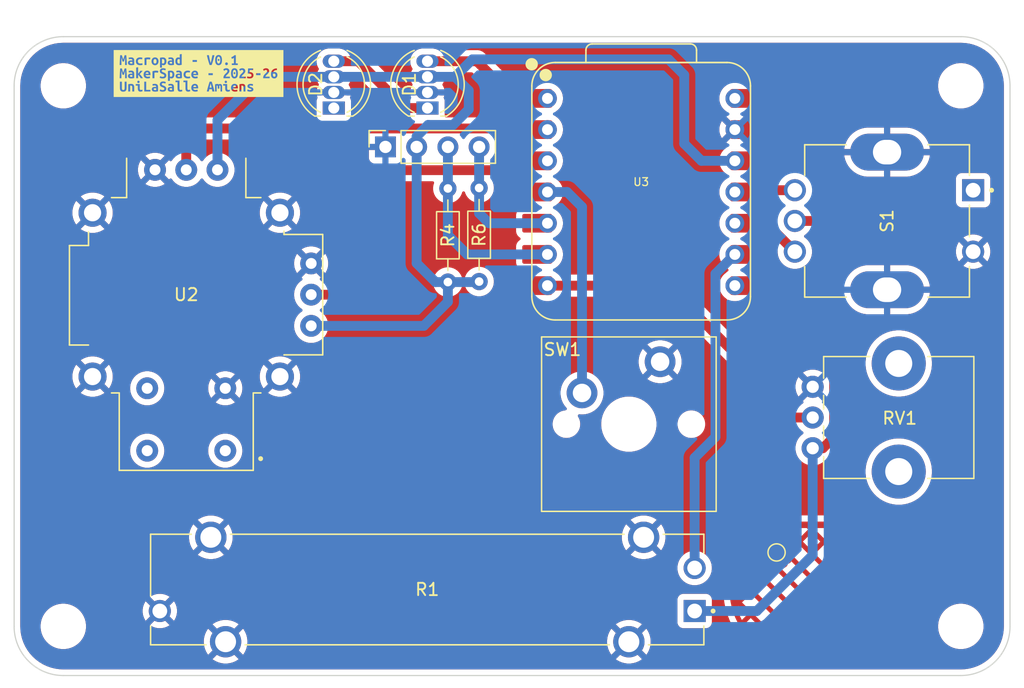
<source format=kicad_pcb>
(kicad_pcb (version 20241229) (generator "pcbnew") (generator_version "9.0")
  (title_block (title "PCB - Otto Lite version") (date "2025-01-21") (rev "1.0") (company "UniLaSalle Amiens - MakerSpace") (comment 1 "Adrien BRACQ & Rémi LACOMBE") (comment 2 "https://makerspace-amiens.fr/otto-mks") (comment 3 "https://github.com/Makerspace-Amiens/otto-mks"))
  (layers (0 "F.Cu" signal "Front") (2 "B.Cu" signal "Back") (13 "F.Paste" user) (15 "B.Paste" user) (5 "F.SilkS" user "F.Silkscreen") (7 "B.SilkS" user "B.Silkscreen") (1 "F.Mask" user) (3 "B.Mask" user) (25 "Edge.Cuts" user))
  (net 0 "")
  (net 1 "GND")
  (net 2 "+3.3V")
  (net 3 "SCL")
  (net 4 "SDA")
  (net 5 "/Touch")
  (net 6 "Net-(D1-DOUT)")
  (net 8 "NeoPixel")
  (net 9 "LinearPot")
  (net 10 "Pot")
  (net 11 "EncA")
  (net 12 "EncB")
  (net 13 "EncButton")
  (net 14 "KeySwitch")
  (net 15 "JoyY")
  (net 16 "JoyX")
  (net 17 "JoyButton")
  (net 18 "VBUS")
  (footprint "Resistor_THT:R_Axial_DIN0204_L3.6mm_D1.6mm_P7.62mm_Horizontal" (layer "F.Cu") (at 60.28 87.975 90)
    (property "Reference" "R4" (at 3.81 0 90) (layer "F.SilkS"))
    (property "Value" "10K")
    (pad "1" thru_hole circle (at 0 0 90) (size 1.4 1.4) (drill 0.7) (layers "*.Cu" "*.Mask") (net 2 "+3.3V"))
    (pad "2" thru_hole circle (at 7.62 0 90) (size 1.4 1.4) (drill 0.7) (layers "*.Cu" "*.Mask") (net 3 "SCL"))
  )
  (footprint "MountingHole:MountingHole_3.2mm_M3" (layer "F.Cu") (at 29 116)
    (property "Reference" "H1" (hide yes))
    (property "Value" "MountingHole")
    (pad "" np_thru_hole circle (at 0 0) (size 3.2 3.2) (drill 3.2) (layers "*.Cu" "*.Mask"))
  )
  (footprint "LED_THT:LED_D5.0mm-4_RGB" (layer "F.Cu") (at 51 73.81 90)
    (property "Reference" "D2" (at 1.928 -1.47 90) (layer "F.SilkS"))
    (property "Value" "NeoPixel_THT")
    (pad "1" thru_hole rect (at 0 0 90) (size 1.07 1.8) (drill 0.9) (layers "*.Cu" "*.Mask"))
    (pad "2" thru_hole oval (at 1.27 0 90) (size 1.07 1.8) (drill 0.9) (layers "*.Cu" "*.Mask") (net 1 "GND"))
    (pad "3" thru_hole oval (at 2.54 0 90) (size 1.07 1.8) (drill 0.9) (layers "*.Cu" "*.Mask") (net 2 "+3.3V"))
    (pad "4" thru_hole oval (at 3.81 0 90) (size 1.07 1.8) (drill 0.9) (layers "*.Cu" "*.Mask") (net 6 "Net-(D1-DOUT)"))
  )
  (footprint "LED_THT:LED_D5.0mm-4_RGB" (layer "F.Cu") (at 58.62 73.81 90)
    (property "Reference" "D1" (at 1.928 -1.47 90) (layer "F.SilkS"))
    (property "Value" "NeoPixel_THT")
    (pad "1" thru_hole rect (at 0 0 90) (size 1.07 1.8) (drill 0.9) (layers "*.Cu" "*.Mask") (net 6 "Net-(D1-DOUT)"))
    (pad "2" thru_hole oval (at 1.27 0 90) (size 1.07 1.8) (drill 0.9) (layers "*.Cu" "*.Mask") (net 1 "GND"))
    (pad "3" thru_hole oval (at 2.54 0 90) (size 1.07 1.8) (drill 0.9) (layers "*.Cu" "*.Mask") (net 2 "+3.3V"))
    (pad "4" thru_hole oval (at 3.81 0 90) (size 1.07 1.8) (drill 0.9) (layers "*.Cu" "*.Mask") (net 8 "NeoPixel"))
  )
  (footprint "Resistor_THT:R_Axial_DIN0204_L3.6mm_D1.6mm_P7.62mm_Horizontal" (layer "F.Cu") (at 62.82 87.935 90)
    (property "Reference" "R6" (at 3.81 0 90) (layer "F.SilkS"))
    (property "Value" "10K")
    (pad "1" thru_hole circle (at 0 0 90) (size 1.4 1.4) (drill 0.7) (layers "*.Cu" "*.Mask") (net 2 "+3.3V"))
    (pad "2" thru_hole circle (at 7.62 0 90) (size 1.4 1.4) (drill 0.7) (layers "*.Cu" "*.Mask") (net 4 "SDA"))
  )
  (footprint "Connector_PinSocket_2.54mm:PinSocket_1x04_P2.54mm_Vertical" (layer "F.Cu") (at 55.2 76.975 90)
    (property "Reference" "J12" (hide yes))
    (property "Value" "OLED 0,91\" - I2C (SKU21796)")
    (pad "1" thru_hole rect (at 0 0 90) (size 1.7 1.7) (drill 1) (layers "*.Cu" "*.Mask") (net 1 "GND"))
    (pad "2" thru_hole oval (at 0 2.54 90) (size 1.7 1.7) (drill 1) (layers "*.Cu" "*.Mask") (net 2 "+3.3V"))
    (pad "3" thru_hole oval (at 0 5.079999 90) (size 1.7 1.7) (drill 1) (layers "*.Cu" "*.Mask") (net 3 "SCL"))
    (pad "4" thru_hole oval (at 0 7.62 90) (size 1.7 1.7) (drill 1) (layers "*.Cu" "*.Mask") (net 4 "SDA"))
  )
  (footprint "PTA3043-2010CIB103:TRIM_PTA3043-2010CIB103" (layer "F.Cu") (at 58.6 113 180)
    (property "Reference" "R1" (at 0 0 0) (layer "F.SilkS"))
    (property "Value" "PTA3043-2010CIB103")
    (pad "1" thru_hole rect (at -21.75 -1.75 180) (size 1.8 1.8) (drill 1.2) (layers "*.Cu" "*.Mask") (net 2 "+3.3V"))
    (pad "2" thru_hole circle (at -21.75 1.75 180) (size 1.8 1.8) (drill 1.2) (layers "*.Cu" "*.Mask") (net 9 "LinearPot"))
    (pad "3" thru_hole circle (at 21.75 -1.75 180) (size 1.8 1.8) (drill 1.2) (layers "*.Cu" "*.Mask") (net 1 "GND"))
    (pad "SH1" thru_hole circle (at -16.4 -4.25 180) (size 2.55 2.55) (drill 1.7) (layers "*.Cu" "*.Mask") (net 1 "GND"))
    (pad "SH2" thru_hole circle (at -17.6 4.25 180) (size 2.55 2.55) (drill 1.7) (layers "*.Cu" "*.Mask") (net 1 "GND"))
    (pad "SH3" thru_hole circle (at 16.4 -4.25 180) (size 2.55 2.55) (drill 1.7) (layers "*.Cu" "*.Mask") (net 1 "GND"))
    (pad "SH4" thru_hole circle (at 17.6 4.25 180) (size 2.55 2.55) (drill 1.7) (layers "*.Cu" "*.Mask") (net 1 "GND"))
  )
  (footprint "Seeed Studio XIAO Series Library:XIAO-ESP32S3-DIP" (layer "F.Cu") (at 76 80.645)
    (property "Reference" "U3" (at 0 -0.8185 0) (layer "F.SilkS") (effects (font (size 0.635 0.635) (thickness 0.1016))))
    (property "Value" "XIAO-ESP32-S3-DIP")
    (pad "1" smd roundrect (at -8.455 -7.62 180) (size 2.432 1.524) (layers "F.Cu" "F.Mask") (roundrect_rratio 0.1) (net 8 "NeoPixel"))
    (pad "1" thru_hole circle (at -7.62 -7.62 180) (size 1.524 1.524) (drill 0.889) (layers "*.Cu" "*.Mask") (net 8 "NeoPixel"))
    (pad "2" smd roundrect (at -8.455 -5.08 180) (size 2.432 1.524) (layers "F.Cu" "F.Mask") (roundrect_rratio 0.1) (net 15 "JoyY"))
    (pad "2" thru_hole circle (at -7.62 -5.08 180) (size 1.524 1.524) (drill 0.889) (layers "*.Cu" "*.Mask") (net 15 "JoyY"))
    (pad "3" smd roundrect (at -8.455 -2.54 180) (size 2.432 1.524) (layers "F.Cu" "F.Mask") (roundrect_rratio 0.1) (net 16 "JoyX"))
    (pad "3" thru_hole circle (at -7.62 -2.54 180) (size 1.524 1.524) (drill 0.889) (layers "*.Cu" "*.Mask") (net 16 "JoyX"))
    (pad "4" smd roundrect (at -8.455 0 180) (size 2.432 1.524) (layers "F.Cu" "F.Mask") (roundrect_rratio 0.1) (net 14 "KeySwitch"))
    (pad "4" thru_hole circle (at -7.62 0 180) (size 1.524 1.524) (drill 0.889) (layers "*.Cu" "*.Mask") (net 14 "KeySwitch"))
    (pad "5" smd roundrect (at -8.455 2.54 180) (size 2.432 1.524) (layers "F.Cu" "F.Mask") (roundrect_rratio 0.1) (net 4 "SDA"))
    (pad "5" thru_hole circle (at -7.62 2.54 180) (size 1.524 1.524) (drill 0.889) (layers "*.Cu" "*.Mask") (net 4 "SDA"))
    (pad "6" smd roundrect (at -8.455 5.08 180) (size 2.432 1.524) (layers "F.Cu" "F.Mask") (roundrect_rratio 0.1) (net 3 "SCL"))
    (pad "6" thru_hole circle (at -7.62 5.08 180) (size 1.524 1.524) (drill 0.889) (layers "*.Cu" "*.Mask") (net 3 "SCL"))
    (pad "7" smd roundrect (at -8.455 7.62 180) (size 2.432 1.524) (layers "F.Cu" "F.Mask") (roundrect_rratio 0.1) (net 5 "/Touch"))
    (pad "7" thru_hole circle (at -7.62 7.62 180) (size 1.524 1.524) (drill 0.889) (layers "*.Cu" "*.Mask") (net 5 "/Touch"))
    (pad "8" thru_hole circle (at 7.62 7.62) (size 1.524 1.524) (drill 0.889) (layers "*.Cu" "*.Mask") (net 10 "Pot"))
    (pad "8" smd roundrect (at 8.455 7.62) (size 2.432 1.524) (layers "F.Cu" "F.Mask") (roundrect_rratio 0.1) (net 10 "Pot"))
    (pad "9" thru_hole circle (at 7.62 5.08) (size 1.524 1.524) (drill 0.889) (layers "*.Cu" "*.Mask") (net 9 "LinearPot"))
    (pad "9" smd roundrect (at 8.455 5.08) (size 2.432 1.524) (layers "F.Cu" "F.Mask") (roundrect_rratio 0.1) (net 9 "LinearPot"))
    (pad "10" thru_hole circle (at 7.62 2.54) (size 1.524 1.524) (drill 0.889) (layers "*.Cu" "*.Mask") (net 12 "EncB"))
    (pad "10" smd roundrect (at 8.455 2.54) (size 2.432 1.524) (layers "F.Cu" "F.Mask") (roundrect_rratio 0.1) (net 12 "EncB"))
    (pad "11" thru_hole circle (at 7.62 0) (size 1.524 1.524) (drill 0.889) (layers "*.Cu" "*.Mask") (net 11 "EncA"))
    (pad "11" smd roundrect (at 8.455 0) (size 2.432 1.524) (layers "F.Cu" "F.Mask") (roundrect_rratio 0.1) (net 11 "EncA"))
    (pad "12" thru_hole circle (at 7.62 -2.54) (size 1.524 1.524) (drill 0.889) (layers "*.Cu" "*.Mask") (net 2 "+3.3V"))
    (pad "12" smd roundrect (at 8.455 -2.54) (size 2.432 1.524) (layers "F.Cu" "F.Mask") (roundrect_rratio 0.1) (net 2 "+3.3V"))
    (pad "13" thru_hole circle (at 7.62 -5.08) (size 1.524 1.524) (drill 0.889) (layers "*.Cu" "*.Mask") (net 1 "GND"))
    (pad "13" smd roundrect (at 8.455 -5.08) (size 2.432 1.524) (layers "F.Cu" "F.Mask") (roundrect_rratio 0.1) (net 1 "GND"))
    (pad "14" thru_hole circle (at 7.62 -7.62) (size 1.524 1.524) (drill 0.889) (layers "*.Cu" "*.Mask") (net 18 "VBUS"))
    (pad "14" smd roundrect (at 8.455 -7.62) (size 2.432 1.524) (layers "F.Cu" "F.Mask") (roundrect_rratio 0.1) (net 18 "VBUS"))
  )
  (footprint "PEC12R-4222F-S0024:XDCR_PEC12R-4222F-S0024" (layer "F.Cu") (at 96 83 -90)
    (property "Reference" "S1" (at 0 0 90) (layer "F.SilkS"))
    (property "Value" "PEC12R-4222F-S0024")
    (pad "1" thru_hole rect (at -2.5 -7 270) (size 1.8 1.8) (drill 1.2) (layers "*.Cu" "*.Mask") (net 13 "EncButton"))
    (pad "2" thru_hole circle (at 2.5 -7 270) (size 1.8 1.8) (drill 1.2) (layers "*.Cu" "*.Mask") (net 1 "GND"))
    (pad "A" thru_hole circle (at -2.5 7.5 270) (size 1.8 1.8) (drill 1.2) (layers "*.Cu" "*.Mask") (net 11 "EncA"))
    (pad "B" thru_hole circle (at 2.5 7.5 270) (size 1.8 1.8) (drill 1.2) (layers "*.Cu" "*.Mask") (net 12 "EncB"))
    (pad "C" thru_hole circle (at 0 7.5 270) (size 1.8 1.8) (drill 1.2) (layers "*.Cu" "*.Mask") (net 2 "+3.3V"))
    (pad "SH1" thru_hole oval (at -5.6 0 270) (size 3 6) (drill oval 2 2.3) (layers "*.Cu" "*.Mask") (net 1 "GND"))
    (pad "SH2" thru_hole oval (at 5.6 0 270) (size 3 6) (drill oval 2 2.3) (layers "*.Cu" "*.Mask") (net 1 "GND"))
  )
  (footprint "Potentiometer_THT:Potentiometer_Bourns_PTV09A-1_Single_Vertical" (layer "F.Cu") (at 89.95 101.5)
    (property "Reference" "RV1" (at 7.078 -2.44 0) (layer "F.SilkS"))
    (property "Value" "R_Potentiometer")
    (pad "1" thru_hole circle (at 0 0) (size 1.8 1.8) (drill 1) (layers "*.Cu" "*.Mask") (net 2 "+3.3V"))
    (pad "2" thru_hole circle (at 0 -2.5) (size 1.8 1.8) (drill 1) (layers "*.Cu" "*.Mask") (net 10 "Pot"))
    (pad "3" thru_hole circle (at 0 -5) (size 1.8 1.8) (drill 1) (layers "*.Cu" "*.Mask") (net 1 "GND"))
    (pad "MP" thru_hole circle (at 7 -6.9) (size 4.4 4.4) (drill 2.2) (layers "*.Cu" "*.Mask"))
    (pad "MP" thru_hole circle (at 7 1.9) (size 4.4 4.4) (drill 2.2) (layers "*.Cu" "*.Mask"))
  )
  (footprint "PCM_Switch_Keyboard_Cherry_MX:SW_Cherry_MX_PCB_1.00u" (layer "F.Cu") (at 75 99.54)
    (property "Reference" "SW1" (at -5.404 -6.068 0) (layer "F.SilkS"))
    (property "Value" "SW_Push")
    (pad "" np_thru_hole circle (at -5.08 0) (size 1.75 1.75) (drill 1.75) (layers "*.Cu" "*.Mask"))
    (pad "" np_thru_hole circle (at 0 0) (size 4 4) (drill 4) (layers "*.Cu" "*.Mask"))
    (pad "" np_thru_hole circle (at 5.08 0) (size 1.75 1.75) (drill 1.75) (layers "*.Cu" "*.Mask"))
    (pad "1" thru_hole circle (at -3.81 -2.54) (size 2.5 2.5) (drill 1.5) (layers "*.Cu" "*.Mask") (net 14 "KeySwitch"))
    (pad "2" thru_hole circle (at 2.54 -5.08) (size 2.5 2.5) (drill 1.5) (layers "*.Cu" "*.Mask") (net 1 "GND"))
  )
  (footprint "MountingHole:MountingHole_3.2mm_M3" (layer "F.Cu") (at 102 116)
    (property "Reference" "H4" (hide yes))
    (property "Value" "MountingHole")
    (pad "" np_thru_hole circle (at 0 0) (size 3.2 3.2) (drill 3.2) (layers "*.Cu" "*.Mask"))
  )
  (footprint "JOYSTICK-COM-09032:XDCR_COM-09032" (layer "F.Cu") (at 39 89 180)
    (property "Reference" "U2" (at 0 0 0) (layer "F.SilkS"))
    (property "Value" "COM-09032")
    (pad "B1A" thru_hole circle (at -3.175 -12.7 180) (size 1.778 1.778) (drill 0.9) (layers "*.Cu" "*.Mask") (net 17 "JoyButton"))
    (pad "B1B" thru_hole circle (at 3.175 -12.7 180) (size 1.778 1.778) (drill 0.9) (layers "*.Cu" "*.Mask"))
    (pad "B2A" thru_hole circle (at -3.175 -7.62 180) (size 1.778 1.778) (drill 0.9) (layers "*.Cu" "*.Mask") (net 1 "GND"))
    (pad "B2B" thru_hole circle (at 3.175 -7.62 180) (size 1.778 1.778) (drill 0.9) (layers "*.Cu" "*.Mask"))
    (pad "H1" thru_hole circle (at -2.54 10.16 180) (size 1.778 1.778) (drill 0.889) (layers "*.Cu" "*.Mask") (net 2 "+3.3V"))
    (pad "H2" thru_hole circle (at 0 10.16 180) (size 1.778 1.778) (drill 0.889) (layers "*.Cu" "*.Mask") (net 15 "JoyY"))
    (pad "H3" thru_hole circle (at 2.54 10.16 180) (size 1.778 1.778) (drill 0.889) (layers "*.Cu" "*.Mask") (net 1 "GND"))
    (pad "S1" thru_hole circle (at -7.62 -6.6675 180) (size 2.286 2.286) (drill 1.397) (layers "*.Cu" "*.Mask") (net 1 "GND"))
    (pad "S2" thru_hole circle (at -7.62 6.6675 180) (size 2.286 2.286) (drill 1.397) (layers "*.Cu" "*.Mask") (net 1 "GND"))
    (pad "S3" thru_hole circle (at 7.62 6.6675 180) (size 2.286 2.286) (drill 1.397) (layers "*.Cu" "*.Mask") (net 1 "GND"))
    (pad "S4" thru_hole circle (at 7.62 -6.6675 180) (size 2.286 2.286) (drill 1.397) (layers "*.Cu" "*.Mask") (net 1 "GND"))
    (pad "V1" thru_hole circle (at -10.16 -2.54 180) (size 1.778 1.778) (drill 0.889) (layers "*.Cu" "*.Mask") (net 2 "+3.3V"))
    (pad "V2" thru_hole circle (at -10.16 0 180) (size 1.778 1.778) (drill 0.889) (layers "*.Cu" "*.Mask") (net 16 "JoyX"))
    (pad "V3" thru_hole circle (at -10.16 2.54 180) (size 1.778 1.778) (drill 0.889) (layers "*.Cu" "*.Mask") (net 1 "GND"))
  )
  (footprint "TestPoint:TestPoint_Pad_D1.0mm" (layer "F.Cu") (at 87.015 109.982)
    (property "Reference" "TP1" (hide yes))
    (property "Value" "TestPoint")
    (pad "1" smd circle (at 0 0) (size 1 1) (layers "F.Cu" "F.Mask") (net 5 "/Touch"))
  )
  (footprint "MountingHole:MountingHole_3.2mm_M3" (layer "F.Cu") (at 102 72)
    (property "Reference" "H3" (hide yes))
    (property "Value" "MountingHole")
    (pad "" np_thru_hole circle (at 0 0) (size 3.2 3.2) (drill 3.2) (layers "*.Cu" "*.Mask"))
  )
  (footprint "MountingHole:MountingHole_3.2mm_M3" (layer "F.Cu") (at 29 72)
    (property "Reference" "H2" (hide yes))
    (property "Value" "MountingHole")
    (pad "" np_thru_hole circle (at 0 0) (size 3.2 3.2) (drill 3.2) (layers "*.Cu" "*.Mask"))
  )
  (footprint "kibuzzard-68AC773C" (layer "F.Cu") (at 40 71)
    (property "Reference" "kibuzzard-68AC773C" (hide yes))
    (property "Value" "G***" (hide yes))
  )
  (gr_arc (start 102 68) (mid 104.828427 69.171573) (end 106 72) (stroke (width 0.1)) (layer "Edge.Cuts"))
  (gr_line (start 102 120) (end 29 120) (stroke (width 0.1)) (layer "Edge.Cuts"))
  (gr_arc (start 29 120) (mid 26.171573 118.828427) (end 25 116) (stroke (width 0.1)) (layer "Edge.Cuts"))
  (gr_line (start 29 68) (end 102 68) (stroke (width 0.1)) (layer "Edge.Cuts"))
  (gr_arc (start 106 116) (mid 104.828427 118.828427) (end 102 120) (stroke (width 0.1)) (layer "Edge.Cuts"))
  (gr_line (start 25 116) (end 25 72) (stroke (width 0.1)) (layer "Edge.Cuts"))
  (gr_arc (start 25 72) (mid 26.171573 69.171573) (end 29 68) (stroke (width 0.1)) (layer "Edge.Cuts"))
  (gr_line (start 106 72) (end 106 116) (stroke (width 0.1)) (layer "Edge.Cuts"))
  (segment (start 89.95 101.5) (end 90.778 101.5) (width 0.8) (layer "F.Cu") (net 2))
  (segment (start 83.62 78.105) (end 89.789 78.105) (width 0.8) (layer "F.Cu") (net 2))
  (segment (start 91.694 100.584) (end 91.694 84.074) (width 0.8) (layer "F.Cu") (net 2))
  (segment (start 90.778 101.5) (end 91.694 100.584) (width 0.8) (layer "F.Cu") (net 2))
  (segment (start 91.694 84.074) (end 90.62 83) (width 0.8) (layer "F.Cu") (net 2))
  (segment (start 90.62 83) (end 88.5 83) (width 0.8) (layer "F.Cu") (net 2))
  (segment (start 89.789 78.105) (end 90.678 78.994) (width 0.8) (layer "F.Cu") (net 2))
  (segment (start 90.678 78.994) (end 90.678 83) (width 0.8) (layer "F.Cu") (net 2))
  (segment (start 62.78 87.975) (end 62.82 87.935) (width 0.8) (layer "B.Cu") (net 2))
  (segment (start 60.28 87.975) (end 62.78 87.975) (width 0.8) (layer "B.Cu") (net 2))
  (segment (start 60.706 75.184) (end 61.976 73.914) (width 0.8) (layer "B.Cu") (net 2))
  (segment (start 49.16 91.54) (end 58.32 91.54) (width 0.8) (layer "B.Cu") (net 2))
  (segment (start 79.502 76.708) (end 80.899 78.105) (width 0.8) (layer "B.Cu") (net 2))
  (segment (start 60.856 71.27) (end 58.62 71.27) (width 0.8) (layer "B.Cu") (net 2))
  (segment (start 60.28 87.975) (end 59.273 87.975) (width 0.8) (layer "B.Cu") (net 2))
  (segment (start 58.674 75.184) (end 60.706 75.184) (width 0.8) (layer "B.Cu") (net 2))
  (segment (start 58.62 71.27) (end 51 71.27) (width 0.8) (layer "B.Cu") (net 2))
  (segment (start 60.28 89.58) (end 60.28 87.975) (width 0.8) (layer "B.Cu") (net 2))
  (segment (start 79.502 71.12) (end 79.502 76.708) (width 0.8) (layer "B.Cu") (net 2))
  (segment (start 58.32 91.54) (end 60.28 89.58) (width 0.8) (layer "B.Cu") (net 2))
  (segment (start 57.74 76.975) (end 57.74 76.118) (width 0.8) (layer "B.Cu") (net 2))
  (segment (start 59.273 87.975) (end 57.74 86.442) (width 0.8) (layer "B.Cu") (net 2))
  (segment (start 61.976 72.39) (end 60.856 71.27) (width 0.8) (layer "B.Cu") (net 2))
  (segment (start 80.899 78.105) (end 83.62 78.105) (width 0.8) (layer "B.Cu") (net 2))
  (segment (start 62.276 69.85) (end 78.232 69.85) (width 0.8) (layer "B.Cu") (net 2))
  (segment (start 41.54 74.792) (end 45.062 71.27) (width 0.8) (layer "B.Cu") (net 2))
  (segment (start 45.062 71.27) (end 51 71.27) (width 0.8) (layer "B.Cu") (net 2))
  (segment (start 41.54 78.84) (end 41.54 74.792) (width 0.8) (layer "B.Cu") (net 2))
  (segment (start 57.74 86.442) (end 57.74 76.975) (width 0.8) (layer "B.Cu") (net 2))
  (segment (start 85.402 114.75) (end 89.95 110.202) (width 0.8) (layer "B.Cu") (net 2))
  (segment (start 60.856 71.27) (end 62.276 69.85) (width 0.8) (layer "B.Cu") (net 2))
  (segment (start 89.95 110.202) (end 89.95 101.5) (width 0.8) (layer "B.Cu") (net 2))
  (segment (start 80.35 114.75) (end 85.402 114.75) (width 0.8) (layer "B.Cu") (net 2))
  (segment (start 78.232 69.85) (end 79.502 71.12) (width 0.8) (layer "B.Cu") (net 2))
  (segment (start 57.74 76.118) (end 58.674 75.184) (width 0.8) (layer "B.Cu") (net 2))
  (segment (start 61.976 73.914) (end 61.976 72.39) (width 0.8) (layer "B.Cu") (net 2))
  (segment (start 60.28 84.156) (end 60.28 80.355) (width 0.8) (layer "B.Cu") (net 3))
  (segment (start 68.38 85.725) (end 61.849 85.725) (width 0.8) (layer "B.Cu") (net 3))
  (segment (start 61.849 85.725) (end 60.28 84.156) (width 0.8) (layer "B.Cu") (net 3))
  (segment (start 60.28 80.355) (end 60.279999 76.975) (width 0.8) (layer "B.Cu") (net 3))
  (segment (start 63.627 83.185) (end 68.38 83.185) (width 0.8) (layer "B.Cu") (net 4))
  (segment (start 62.82 80.315) (end 62.82 82.378) (width 0.8) (layer "B.Cu") (net 4))
  (segment (start 62.82 82.378) (end 63.627 83.185) (width 0.8) (layer "B.Cu") (net 4))
  (segment (start 62.82 76.975) (end 62.82 80.315) (width 0.8) (layer "B.Cu") (net 4))
  (segment (start 85.563 95.723) (end 78.105 88.265) (width 0.8) (layer "F.Cu") (net 5))
  (segment (start 85.563 98.733338) (end 85.563 95.723) (width 0.8) (layer "F.Cu") (net 5))
  (segment (start 87.015 100.185338) (end 85.563 98.733338) (width 0.8) (layer "F.Cu") (net 5))
  (segment (start 78.105 88.265) (end 68.38 88.265) (width 0.8) (layer "F.Cu") (net 5))
  (segment (start 87.015 109.982) (end 87.015 100.185338) (width 0.8) (layer "F.Cu") (net 5))
  (segment (start 58.62 73.81) (end 56.792 73.81) (width 0.8) (layer "F.Cu") (net 6))
  (segment (start 52.982 70) (end 51 70) (width 0.8) (layer "F.Cu") (net 6))
  (segment (start 56.792 73.81) (end 52.982 70) (width 0.8) (layer "F.Cu") (net 6))
  (segment (start 67.545 73.025) (end 65.659 73.025) (width 0.8) (layer "F.Cu") (net 8))
  (segment (start 65.659 73.025) (end 62.634 70) (width 0.8) (layer "F.Cu") (net 8))
  (segment (start 62.634 70) (end 58.62 70) (width 0.8) (layer "F.Cu") (net 8))
  (segment (start 82.042 87.303) (end 83.62 85.725) (width 0.8) (layer "B.Cu") (net 9))
  (segment (start 82.042 100.584) (end 82.042 87.303) (width 0.8) (layer "B.Cu") (net 9))
  (segment (start 80.35 111.25) (end 80.35 102.276) (width 0.8) (layer "B.Cu") (net 9))
  (segment (start 80.35 102.276) (end 82.042 100.584) (width 0.8) (layer "B.Cu") (net 9))
  (segment (start 84.455 88.265) (end 85.979 88.265) (width 0.8) (layer "F.Cu") (net 10))
  (segment (start 87.316 99) (end 89.95 99) (width 0.8) (layer "F.Cu") (net 10))
  (segment (start 85.979 88.265) (end 86.614 88.9) (width 0.8) (layer "F.Cu") (net 10))
  (segment (start 86.614 98.298) (end 87.316 99) (width 0.8) (layer "F.Cu") (net 10))
  (segment (start 86.614 88.9) (end 86.614 98.298) (width 0.8) (layer "F.Cu") (net 10))
  (segment (start 83.765 80.5) (end 83.62 80.645) (width 0.8) (layer "F.Cu") (net 11))
  (segment (start 88.5 80.5) (end 83.765 80.5) (width 0.8) (layer "F.Cu") (net 11))
  (segment (start 88.5 85.5) (end 86.185 83.185) (width 0.8) (layer "F.Cu") (net 12))
  (segment (start 86.185 83.185) (end 84.455 83.185) (width 0.8) (layer "F.Cu") (net 12))
  (segment (start 71.19 81.858) (end 69.977 80.645) (width 0.8) (layer "B.Cu") (net 14))
  (segment (start 71.19 97) (end 71.19 81.858) (width 0.8) (layer "B.Cu") (net 14))
  (segment (start 69.977 80.645) (end 68.38 80.645) (width 0.8) (layer "B.Cu") (net 14))
  (segment (start 67.454 75.474) (end 40.096 75.474) (width 0.8) (layer "F.Cu") (net 15))
  (segment (start 39 76.57) (end 39 78.84) (width 0.8) (layer "F.Cu") (net 15))
  (segment (start 67.545 75.565) (end 67.454 75.474) (width 0.8) (layer "F.Cu") (net 15))
  (segment (start 40.096 75.474) (end 39 76.57) (width 0.8) (layer "F.Cu") (net 15))
  (segment (start 65.024001 78.866999) (end 54.991001 78.866999) (width 0.8) (layer "F.Cu") (net 16))
  (segment (start 51.716 89) (end 49.16 89) (width 0.8) (layer "F.Cu") (net 16))
  (segment (start 53.34 80.518) (end 53.34 87.376) (width 0.8) (layer "F.Cu") (net 16))
  (segment (start 67.545 78.105) (end 65.786 78.105) (width 0.8) (layer "F.Cu") (net 16))
  (segment (start 53.34 87.376) (end 51.716 89) (width 0.8) (layer "F.Cu") (net 16))
  (segment (start 54.991001 78.866999) (end 53.34 80.518) (width 0.8) (layer "F.Cu") (net 16))
  (segment (start 65.786 78.105) (end 65.024001 78.866999) (width 0.8) (layer "F.Cu") (net 16))
  (segment (start 68.38 78.105) (end 67.545 78.105) (width 0.8) (layer "F.Cu") (net 16))
  (zone (net 5) (net_name "/Touch") (layer "F.Cu") (priority 1) (connect_pads (clearance 0.5)) (min_thickness 0.25) (fill yes (mode hatch) (thermal_gap 0.5) (thermal_bridge_width 0.5) (smoothing fillet) (radius 8) (hatch_thickness 0.4) (hatch_gap 1) (hatch_orientation 45) (hatch_border_algorithm hatch_thickness) (hatch_min_hole_area 0.3))
    (polygon (pts (xy 97.35 118.647859) (xy 97.35 107.471859) (xy 83.19 107.471859) (xy 83.19 118.647859)))
  )
  (zone (net 1) (net_name "GND") (layers "F.Cu" "B.Cu") (connect_pads (clearance 0.5)) (min_thickness 0.25) (fill yes (thermal_gap 0.5) (thermal_bridge_width 0.5))
    (polygon (pts (xy 24 67) (xy 107 67) (xy 107 121) (xy 24 121)))
  )
)
</source>
